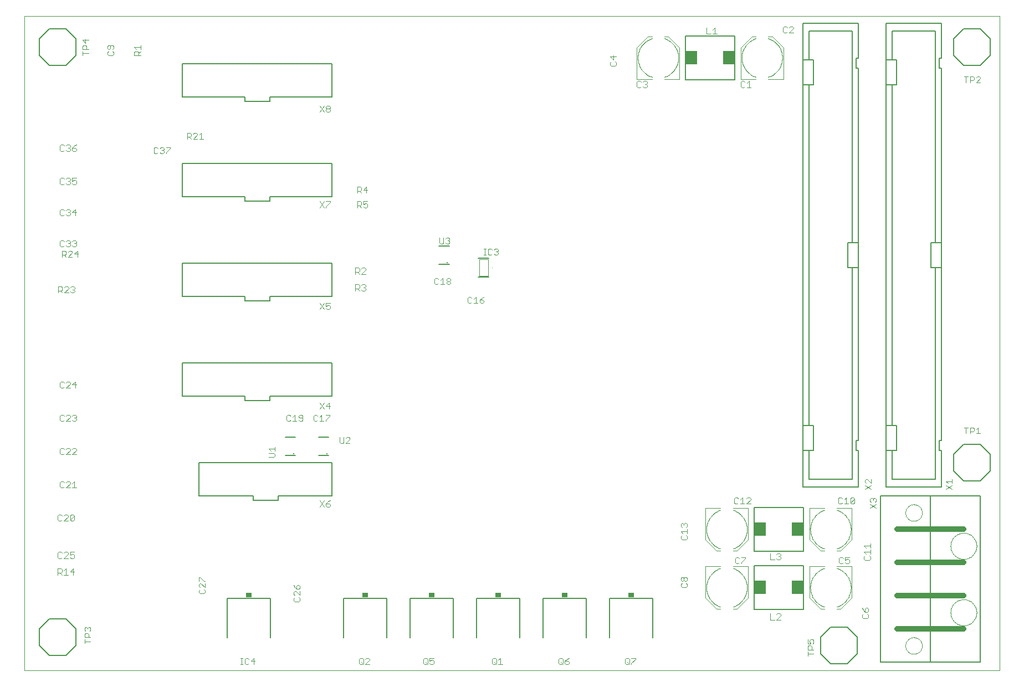
<source format=gto>
G75*
%MOIN*%
%OFA0B0*%
%FSLAX24Y24*%
%IPPOS*%
%LPD*%
%AMOC8*
5,1,8,0,0,1.08239X$1,22.5*
%
%ADD10C,0.0000*%
%ADD11C,0.0080*%
%ADD12C,0.0030*%
%ADD13C,0.0050*%
%ADD14C,0.0320*%
%ADD15C,0.0040*%
%ADD16C,0.0060*%
%ADD17R,0.0340X0.0300*%
%ADD18C,0.0079*%
%ADD19C,0.0004*%
%ADD20C,0.0030*%
%ADD21R,0.0669X0.0787*%
D10*
X002062Y000539D02*
X002062Y039909D01*
X060722Y039909D01*
X060722Y000539D01*
X002062Y000539D01*
X055062Y002039D02*
X055064Y002083D01*
X055070Y002127D01*
X055080Y002170D01*
X055093Y002212D01*
X055110Y002253D01*
X055131Y002292D01*
X055155Y002329D01*
X055182Y002364D01*
X055212Y002396D01*
X055245Y002426D01*
X055281Y002452D01*
X055318Y002476D01*
X055358Y002495D01*
X055399Y002512D01*
X055442Y002524D01*
X055485Y002533D01*
X055529Y002538D01*
X055573Y002539D01*
X055617Y002536D01*
X055661Y002529D01*
X055704Y002518D01*
X055746Y002504D01*
X055786Y002486D01*
X055825Y002464D01*
X055861Y002440D01*
X055895Y002412D01*
X055927Y002381D01*
X055956Y002347D01*
X055982Y002311D01*
X056004Y002273D01*
X056023Y002233D01*
X056038Y002191D01*
X056050Y002149D01*
X056058Y002105D01*
X056062Y002061D01*
X056062Y002017D01*
X056058Y001973D01*
X056050Y001929D01*
X056038Y001887D01*
X056023Y001845D01*
X056004Y001805D01*
X055982Y001767D01*
X055956Y001731D01*
X055927Y001697D01*
X055895Y001666D01*
X055861Y001638D01*
X055825Y001614D01*
X055786Y001592D01*
X055746Y001574D01*
X055704Y001560D01*
X055661Y001549D01*
X055617Y001542D01*
X055573Y001539D01*
X055529Y001540D01*
X055485Y001545D01*
X055442Y001554D01*
X055399Y001566D01*
X055358Y001583D01*
X055318Y001602D01*
X055281Y001626D01*
X055245Y001652D01*
X055212Y001682D01*
X055182Y001714D01*
X055155Y001749D01*
X055131Y001786D01*
X055110Y001825D01*
X055093Y001866D01*
X055080Y001908D01*
X055070Y001951D01*
X055064Y001995D01*
X055062Y002039D01*
X057777Y004039D02*
X057779Y004094D01*
X057785Y004149D01*
X057795Y004204D01*
X057808Y004258D01*
X057825Y004310D01*
X057846Y004362D01*
X057871Y004411D01*
X057899Y004459D01*
X057930Y004505D01*
X057965Y004548D01*
X058002Y004589D01*
X058042Y004627D01*
X058085Y004662D01*
X058130Y004695D01*
X058178Y004723D01*
X058227Y004749D01*
X058278Y004771D01*
X058330Y004789D01*
X058383Y004803D01*
X058438Y004814D01*
X058493Y004821D01*
X058548Y004824D01*
X058604Y004823D01*
X058659Y004818D01*
X058713Y004809D01*
X058767Y004797D01*
X058820Y004780D01*
X058872Y004760D01*
X058922Y004737D01*
X058970Y004709D01*
X059017Y004679D01*
X059061Y004645D01*
X059102Y004609D01*
X059141Y004569D01*
X059177Y004527D01*
X059210Y004482D01*
X059240Y004435D01*
X059266Y004387D01*
X059289Y004336D01*
X059308Y004284D01*
X059323Y004231D01*
X059335Y004177D01*
X059343Y004122D01*
X059347Y004067D01*
X059347Y004011D01*
X059343Y003956D01*
X059335Y003901D01*
X059323Y003847D01*
X059308Y003794D01*
X059289Y003742D01*
X059266Y003691D01*
X059240Y003643D01*
X059210Y003596D01*
X059177Y003551D01*
X059141Y003509D01*
X059102Y003469D01*
X059061Y003433D01*
X059017Y003399D01*
X058970Y003369D01*
X058922Y003341D01*
X058872Y003318D01*
X058820Y003298D01*
X058767Y003281D01*
X058713Y003269D01*
X058659Y003260D01*
X058604Y003255D01*
X058548Y003254D01*
X058493Y003257D01*
X058438Y003264D01*
X058383Y003275D01*
X058330Y003289D01*
X058278Y003307D01*
X058227Y003329D01*
X058178Y003355D01*
X058130Y003383D01*
X058085Y003416D01*
X058042Y003451D01*
X058002Y003489D01*
X057965Y003530D01*
X057930Y003573D01*
X057899Y003619D01*
X057871Y003667D01*
X057846Y003716D01*
X057825Y003768D01*
X057808Y003820D01*
X057795Y003874D01*
X057785Y003929D01*
X057779Y003984D01*
X057777Y004039D01*
X057777Y008039D02*
X057779Y008094D01*
X057785Y008149D01*
X057795Y008204D01*
X057808Y008258D01*
X057825Y008310D01*
X057846Y008362D01*
X057871Y008411D01*
X057899Y008459D01*
X057930Y008505D01*
X057965Y008548D01*
X058002Y008589D01*
X058042Y008627D01*
X058085Y008662D01*
X058130Y008695D01*
X058178Y008723D01*
X058227Y008749D01*
X058278Y008771D01*
X058330Y008789D01*
X058383Y008803D01*
X058438Y008814D01*
X058493Y008821D01*
X058548Y008824D01*
X058604Y008823D01*
X058659Y008818D01*
X058713Y008809D01*
X058767Y008797D01*
X058820Y008780D01*
X058872Y008760D01*
X058922Y008737D01*
X058970Y008709D01*
X059017Y008679D01*
X059061Y008645D01*
X059102Y008609D01*
X059141Y008569D01*
X059177Y008527D01*
X059210Y008482D01*
X059240Y008435D01*
X059266Y008387D01*
X059289Y008336D01*
X059308Y008284D01*
X059323Y008231D01*
X059335Y008177D01*
X059343Y008122D01*
X059347Y008067D01*
X059347Y008011D01*
X059343Y007956D01*
X059335Y007901D01*
X059323Y007847D01*
X059308Y007794D01*
X059289Y007742D01*
X059266Y007691D01*
X059240Y007643D01*
X059210Y007596D01*
X059177Y007551D01*
X059141Y007509D01*
X059102Y007469D01*
X059061Y007433D01*
X059017Y007399D01*
X058970Y007369D01*
X058922Y007341D01*
X058872Y007318D01*
X058820Y007298D01*
X058767Y007281D01*
X058713Y007269D01*
X058659Y007260D01*
X058604Y007255D01*
X058548Y007254D01*
X058493Y007257D01*
X058438Y007264D01*
X058383Y007275D01*
X058330Y007289D01*
X058278Y007307D01*
X058227Y007329D01*
X058178Y007355D01*
X058130Y007383D01*
X058085Y007416D01*
X058042Y007451D01*
X058002Y007489D01*
X057965Y007530D01*
X057930Y007573D01*
X057899Y007619D01*
X057871Y007667D01*
X057846Y007716D01*
X057825Y007768D01*
X057808Y007820D01*
X057795Y007874D01*
X057785Y007929D01*
X057779Y007984D01*
X057777Y008039D01*
X055062Y010039D02*
X055064Y010083D01*
X055070Y010127D01*
X055080Y010170D01*
X055093Y010212D01*
X055110Y010253D01*
X055131Y010292D01*
X055155Y010329D01*
X055182Y010364D01*
X055212Y010396D01*
X055245Y010426D01*
X055281Y010452D01*
X055318Y010476D01*
X055358Y010495D01*
X055399Y010512D01*
X055442Y010524D01*
X055485Y010533D01*
X055529Y010538D01*
X055573Y010539D01*
X055617Y010536D01*
X055661Y010529D01*
X055704Y010518D01*
X055746Y010504D01*
X055786Y010486D01*
X055825Y010464D01*
X055861Y010440D01*
X055895Y010412D01*
X055927Y010381D01*
X055956Y010347D01*
X055982Y010311D01*
X056004Y010273D01*
X056023Y010233D01*
X056038Y010191D01*
X056050Y010149D01*
X056058Y010105D01*
X056062Y010061D01*
X056062Y010017D01*
X056058Y009973D01*
X056050Y009929D01*
X056038Y009887D01*
X056023Y009845D01*
X056004Y009805D01*
X055982Y009767D01*
X055956Y009731D01*
X055927Y009697D01*
X055895Y009666D01*
X055861Y009638D01*
X055825Y009614D01*
X055786Y009592D01*
X055746Y009574D01*
X055704Y009560D01*
X055661Y009549D01*
X055617Y009542D01*
X055573Y009539D01*
X055529Y009540D01*
X055485Y009545D01*
X055442Y009554D01*
X055399Y009566D01*
X055358Y009583D01*
X055318Y009602D01*
X055281Y009626D01*
X055245Y009652D01*
X055212Y009682D01*
X055182Y009714D01*
X055155Y009749D01*
X055131Y009786D01*
X055110Y009825D01*
X055093Y009866D01*
X055080Y009908D01*
X055070Y009951D01*
X055064Y009995D01*
X055062Y010039D01*
D11*
X053908Y011602D02*
X057216Y011602D01*
X057216Y013794D01*
X057097Y013794D01*
X057097Y014377D01*
X057216Y014377D01*
X057216Y024798D01*
X057216Y026280D01*
X056605Y026280D01*
X056605Y024798D01*
X057216Y024798D01*
X056851Y024798D02*
X056851Y012045D01*
X054273Y012045D01*
X054273Y013795D01*
X054519Y013798D02*
X054519Y015280D01*
X053908Y015280D01*
X053908Y035798D01*
X054519Y035798D01*
X054519Y037280D01*
X053908Y037280D01*
X053908Y039476D01*
X057216Y039476D01*
X057216Y037377D01*
X057097Y037377D01*
X057097Y036794D01*
X057216Y036794D01*
X057216Y026280D01*
X056851Y026280D02*
X056851Y039033D01*
X054273Y039033D01*
X054273Y037283D01*
X053908Y037280D02*
X053908Y035798D01*
X054273Y035797D02*
X054273Y015281D01*
X053908Y015280D02*
X053908Y013798D01*
X054519Y013798D01*
X053908Y013798D02*
X053908Y011602D01*
X052216Y011602D02*
X048908Y011602D01*
X048908Y013798D01*
X049519Y013798D01*
X049519Y015280D01*
X048908Y015280D01*
X048908Y035798D01*
X049519Y035798D01*
X049519Y037280D01*
X048908Y037280D01*
X048908Y039476D01*
X052216Y039476D01*
X052216Y037377D01*
X052097Y037377D01*
X052097Y036794D01*
X052216Y036794D01*
X052216Y026280D01*
X052216Y024798D01*
X052216Y014377D01*
X052097Y014377D01*
X052097Y013794D01*
X052216Y013794D01*
X052216Y011602D01*
X051851Y012045D02*
X049273Y012045D01*
X049273Y013795D01*
X048908Y013798D02*
X048908Y015280D01*
X049273Y015281D02*
X049273Y035797D01*
X048908Y035798D02*
X048908Y037280D01*
X049273Y037283D02*
X049273Y039033D01*
X051851Y039033D01*
X051851Y026280D01*
X051605Y026280D02*
X052216Y026280D01*
X051605Y026280D02*
X051605Y024798D01*
X052216Y024798D01*
X051851Y024798D02*
X051851Y012045D01*
X039852Y004889D02*
X039852Y002529D01*
X037272Y002529D02*
X037272Y004889D01*
X039852Y004889D01*
X035852Y004889D02*
X035852Y002529D01*
X033272Y002529D02*
X033272Y004889D01*
X035852Y004889D01*
X031852Y004889D02*
X031852Y002529D01*
X029272Y002529D02*
X029272Y004889D01*
X031852Y004889D01*
X027852Y004889D02*
X027852Y002529D01*
X025272Y002529D02*
X025272Y004889D01*
X027852Y004889D01*
X023852Y004889D02*
X023852Y002529D01*
X021272Y002529D02*
X021272Y004889D01*
X023852Y004889D01*
X016852Y004889D02*
X016852Y002529D01*
X014272Y002529D02*
X014272Y004889D01*
X016852Y004889D01*
X017312Y010789D02*
X015812Y010789D01*
X015812Y011039D01*
X012562Y011039D01*
X012562Y013039D01*
X020562Y013039D01*
X020562Y011039D01*
X017312Y011039D01*
X017312Y010789D01*
X016812Y016789D02*
X015312Y016789D01*
X015312Y017039D01*
X011562Y017039D01*
X011562Y019039D01*
X020562Y019039D01*
X020562Y017039D01*
X016812Y017039D01*
X016812Y016789D01*
X016812Y022789D02*
X015312Y022789D01*
X015312Y023039D01*
X011562Y023039D01*
X011562Y025039D01*
X020562Y025039D01*
X020562Y023039D01*
X016812Y023039D01*
X016812Y022789D01*
X016812Y028789D02*
X015312Y028789D01*
X015312Y029039D01*
X011562Y029039D01*
X011562Y031039D01*
X020562Y031039D01*
X020562Y029039D01*
X016812Y029039D01*
X016812Y028789D01*
X016812Y034789D02*
X015312Y034789D01*
X015312Y035039D01*
X011562Y035039D01*
X011562Y037039D01*
X020562Y037039D01*
X020562Y035039D01*
X016812Y035039D01*
X016812Y034789D01*
D12*
X019840Y034524D02*
X020087Y034154D01*
X020209Y034216D02*
X020209Y034277D01*
X020270Y034339D01*
X020394Y034339D01*
X020456Y034277D01*
X020456Y034216D01*
X020394Y034154D01*
X020270Y034154D01*
X020209Y034216D01*
X020270Y034339D02*
X020209Y034401D01*
X020209Y034462D01*
X020270Y034524D01*
X020394Y034524D01*
X020456Y034462D01*
X020456Y034401D01*
X020394Y034339D01*
X020087Y034524D02*
X019840Y034154D01*
X012831Y032529D02*
X012584Y032529D01*
X012462Y032529D02*
X012215Y032529D01*
X012462Y032776D01*
X012462Y032837D01*
X012401Y032899D01*
X012277Y032899D01*
X012215Y032837D01*
X012094Y032837D02*
X012032Y032899D01*
X011847Y032899D01*
X011847Y032529D01*
X011847Y032652D02*
X012032Y032652D01*
X012094Y032714D01*
X012094Y032837D01*
X011971Y032652D02*
X012094Y032529D01*
X012584Y032776D02*
X012707Y032899D01*
X012707Y032529D01*
X010831Y032024D02*
X010831Y031962D01*
X010584Y031716D01*
X010584Y031654D01*
X010462Y031716D02*
X010401Y031654D01*
X010277Y031654D01*
X010215Y031716D01*
X010094Y031716D02*
X010032Y031654D01*
X009909Y031654D01*
X009847Y031716D01*
X009847Y031962D01*
X009909Y032024D01*
X010032Y032024D01*
X010094Y031962D01*
X010215Y031962D02*
X010277Y032024D01*
X010401Y032024D01*
X010462Y031962D01*
X010462Y031901D01*
X010401Y031839D01*
X010462Y031777D01*
X010462Y031716D01*
X010401Y031839D02*
X010339Y031839D01*
X010584Y032024D02*
X010831Y032024D01*
X005186Y031927D02*
X005124Y031989D01*
X004939Y031989D01*
X004939Y031866D01*
X005000Y031804D01*
X005124Y031804D01*
X005186Y031866D01*
X005186Y031927D01*
X005062Y032112D02*
X004939Y031989D01*
X004817Y031927D02*
X004817Y031866D01*
X004755Y031804D01*
X004632Y031804D01*
X004570Y031866D01*
X004449Y031866D02*
X004387Y031804D01*
X004264Y031804D01*
X004202Y031866D01*
X004202Y032112D01*
X004264Y032174D01*
X004387Y032174D01*
X004449Y032112D01*
X004570Y032112D02*
X004632Y032174D01*
X004755Y032174D01*
X004817Y032112D01*
X004817Y032051D01*
X004755Y031989D01*
X004817Y031927D01*
X004755Y031989D02*
X004694Y031989D01*
X005062Y032112D02*
X005186Y032174D01*
X005186Y030174D02*
X004939Y030174D01*
X004939Y029989D01*
X005062Y030051D01*
X005124Y030051D01*
X005186Y029989D01*
X005186Y029866D01*
X005124Y029804D01*
X005000Y029804D01*
X004939Y029866D01*
X004817Y029866D02*
X004755Y029804D01*
X004632Y029804D01*
X004570Y029866D01*
X004449Y029866D02*
X004387Y029804D01*
X004264Y029804D01*
X004202Y029866D01*
X004202Y030112D01*
X004264Y030174D01*
X004387Y030174D01*
X004449Y030112D01*
X004570Y030112D02*
X004632Y030174D01*
X004755Y030174D01*
X004817Y030112D01*
X004817Y030051D01*
X004755Y029989D01*
X004817Y029927D01*
X004817Y029866D01*
X004755Y029989D02*
X004694Y029989D01*
X004755Y028299D02*
X004817Y028237D01*
X004817Y028176D01*
X004755Y028114D01*
X004817Y028052D01*
X004817Y027991D01*
X004755Y027929D01*
X004632Y027929D01*
X004570Y027991D01*
X004449Y027991D02*
X004387Y027929D01*
X004264Y027929D01*
X004202Y027991D01*
X004202Y028237D01*
X004264Y028299D01*
X004387Y028299D01*
X004449Y028237D01*
X004570Y028237D02*
X004632Y028299D01*
X004755Y028299D01*
X004755Y028114D02*
X004694Y028114D01*
X004939Y028114D02*
X005186Y028114D01*
X005124Y027929D02*
X005124Y028299D01*
X004939Y028114D01*
X005000Y026424D02*
X005124Y026424D01*
X005186Y026362D01*
X005186Y026301D01*
X005124Y026239D01*
X005186Y026177D01*
X005186Y026116D01*
X005124Y026054D01*
X005000Y026054D01*
X004939Y026116D01*
X004817Y026116D02*
X004755Y026054D01*
X004632Y026054D01*
X004570Y026116D01*
X004449Y026116D02*
X004387Y026054D01*
X004264Y026054D01*
X004202Y026116D01*
X004202Y026362D01*
X004264Y026424D01*
X004387Y026424D01*
X004449Y026362D01*
X004570Y026362D02*
X004632Y026424D01*
X004755Y026424D01*
X004817Y026362D01*
X004817Y026301D01*
X004755Y026239D01*
X004817Y026177D01*
X004817Y026116D01*
X004755Y026239D02*
X004694Y026239D01*
X004939Y026362D02*
X005000Y026424D01*
X005062Y026239D02*
X005124Y026239D01*
X005249Y025799D02*
X005064Y025614D01*
X005311Y025614D01*
X005249Y025429D02*
X005249Y025799D01*
X004942Y025737D02*
X004880Y025799D01*
X004757Y025799D01*
X004695Y025737D01*
X004574Y025737D02*
X004574Y025614D01*
X004512Y025552D01*
X004327Y025552D01*
X004327Y025429D02*
X004327Y025799D01*
X004512Y025799D01*
X004574Y025737D01*
X004450Y025552D02*
X004574Y025429D01*
X004695Y025429D02*
X004942Y025676D01*
X004942Y025737D01*
X004942Y025429D02*
X004695Y025429D01*
X004651Y023649D02*
X004527Y023649D01*
X004465Y023587D01*
X004344Y023587D02*
X004344Y023464D01*
X004282Y023402D01*
X004097Y023402D01*
X004097Y023279D02*
X004097Y023649D01*
X004282Y023649D01*
X004344Y023587D01*
X004221Y023402D02*
X004344Y023279D01*
X004465Y023279D02*
X004712Y023526D01*
X004712Y023587D01*
X004651Y023649D01*
X004834Y023587D02*
X004895Y023649D01*
X005019Y023649D01*
X005081Y023587D01*
X005081Y023526D01*
X005019Y023464D01*
X005081Y023402D01*
X005081Y023341D01*
X005019Y023279D01*
X004895Y023279D01*
X004834Y023341D01*
X004712Y023279D02*
X004465Y023279D01*
X004957Y023464D02*
X005019Y023464D01*
X005124Y017924D02*
X004939Y017739D01*
X005186Y017739D01*
X005124Y017554D02*
X005124Y017924D01*
X004817Y017862D02*
X004755Y017924D01*
X004632Y017924D01*
X004570Y017862D01*
X004449Y017862D02*
X004387Y017924D01*
X004264Y017924D01*
X004202Y017862D01*
X004202Y017616D01*
X004264Y017554D01*
X004387Y017554D01*
X004449Y017616D01*
X004570Y017554D02*
X004817Y017801D01*
X004817Y017862D01*
X004817Y017554D02*
X004570Y017554D01*
X004632Y015924D02*
X004570Y015862D01*
X004632Y015924D02*
X004755Y015924D01*
X004817Y015862D01*
X004817Y015801D01*
X004570Y015554D01*
X004817Y015554D01*
X004939Y015616D02*
X005000Y015554D01*
X005124Y015554D01*
X005186Y015616D01*
X005186Y015677D01*
X005124Y015739D01*
X005062Y015739D01*
X005124Y015739D02*
X005186Y015801D01*
X005186Y015862D01*
X005124Y015924D01*
X005000Y015924D01*
X004939Y015862D01*
X004449Y015862D02*
X004387Y015924D01*
X004264Y015924D01*
X004202Y015862D01*
X004202Y015616D01*
X004264Y015554D01*
X004387Y015554D01*
X004449Y015616D01*
X004387Y013924D02*
X004264Y013924D01*
X004202Y013862D01*
X004202Y013616D01*
X004264Y013554D01*
X004387Y013554D01*
X004449Y013616D01*
X004570Y013554D02*
X004817Y013801D01*
X004817Y013862D01*
X004755Y013924D01*
X004632Y013924D01*
X004570Y013862D01*
X004449Y013862D02*
X004387Y013924D01*
X004570Y013554D02*
X004817Y013554D01*
X004939Y013554D02*
X005186Y013801D01*
X005186Y013862D01*
X005124Y013924D01*
X005000Y013924D01*
X004939Y013862D01*
X004939Y013554D02*
X005186Y013554D01*
X005062Y011924D02*
X005062Y011554D01*
X004939Y011554D02*
X005186Y011554D01*
X004939Y011801D02*
X005062Y011924D01*
X004817Y011862D02*
X004755Y011924D01*
X004632Y011924D01*
X004570Y011862D01*
X004449Y011862D02*
X004387Y011924D01*
X004264Y011924D01*
X004202Y011862D01*
X004202Y011616D01*
X004264Y011554D01*
X004387Y011554D01*
X004449Y011616D01*
X004570Y011554D02*
X004817Y011801D01*
X004817Y011862D01*
X004817Y011554D02*
X004570Y011554D01*
X004630Y009924D02*
X004507Y009924D01*
X004445Y009862D01*
X004324Y009862D02*
X004262Y009924D01*
X004139Y009924D01*
X004077Y009862D01*
X004077Y009616D01*
X004139Y009554D01*
X004262Y009554D01*
X004324Y009616D01*
X004445Y009554D02*
X004692Y009801D01*
X004692Y009862D01*
X004630Y009924D01*
X004814Y009862D02*
X004875Y009924D01*
X004999Y009924D01*
X005061Y009862D01*
X004814Y009616D01*
X004875Y009554D01*
X004999Y009554D01*
X005061Y009616D01*
X005061Y009862D01*
X004814Y009862D02*
X004814Y009616D01*
X004692Y009554D02*
X004445Y009554D01*
X004507Y007674D02*
X004445Y007612D01*
X004507Y007674D02*
X004630Y007674D01*
X004692Y007612D01*
X004692Y007551D01*
X004445Y007304D01*
X004692Y007304D01*
X004814Y007366D02*
X004875Y007304D01*
X004999Y007304D01*
X005061Y007366D01*
X005061Y007489D01*
X004999Y007551D01*
X004937Y007551D01*
X004814Y007489D01*
X004814Y007674D01*
X005061Y007674D01*
X004324Y007612D02*
X004262Y007674D01*
X004139Y007674D01*
X004077Y007612D01*
X004077Y007366D01*
X004139Y007304D01*
X004262Y007304D01*
X004324Y007366D01*
X004262Y006674D02*
X004077Y006674D01*
X004077Y006304D01*
X004077Y006427D02*
X004262Y006427D01*
X004324Y006489D01*
X004324Y006612D01*
X004262Y006674D01*
X004445Y006551D02*
X004569Y006674D01*
X004569Y006304D01*
X004692Y006304D02*
X004445Y006304D01*
X004324Y006304D02*
X004200Y006427D01*
X004814Y006489D02*
X005061Y006489D01*
X004999Y006304D02*
X004999Y006674D01*
X004814Y006489D01*
X012552Y006162D02*
X012552Y005915D01*
X012613Y005794D02*
X012552Y005732D01*
X012552Y005609D01*
X012613Y005547D01*
X012613Y005426D02*
X012552Y005364D01*
X012552Y005241D01*
X012613Y005179D01*
X012860Y005179D01*
X012922Y005241D01*
X012922Y005364D01*
X012860Y005426D01*
X012922Y005547D02*
X012675Y005794D01*
X012613Y005794D01*
X012860Y005915D02*
X012613Y006162D01*
X012552Y006162D01*
X012860Y005915D02*
X012922Y005915D01*
X012922Y005794D02*
X012922Y005547D01*
X018260Y005687D02*
X018321Y005564D01*
X018445Y005440D01*
X018445Y005626D01*
X018507Y005687D01*
X018568Y005687D01*
X018630Y005626D01*
X018630Y005502D01*
X018568Y005440D01*
X018445Y005440D01*
X018383Y005319D02*
X018321Y005319D01*
X018260Y005257D01*
X018260Y005134D01*
X018321Y005072D01*
X018321Y004951D02*
X018260Y004889D01*
X018260Y004766D01*
X018321Y004704D01*
X018568Y004704D01*
X018630Y004766D01*
X018630Y004889D01*
X018568Y004951D01*
X018630Y005072D02*
X018383Y005319D01*
X018630Y005319D02*
X018630Y005072D01*
X015876Y001299D02*
X015691Y001114D01*
X015938Y001114D01*
X015876Y000929D02*
X015876Y001299D01*
X015569Y001237D02*
X015508Y001299D01*
X015384Y001299D01*
X015323Y001237D01*
X015323Y000991D01*
X015384Y000929D01*
X015508Y000929D01*
X015569Y000991D01*
X015200Y000929D02*
X015077Y000929D01*
X015139Y000929D02*
X015139Y001299D01*
X015200Y001299D02*
X015077Y001299D01*
X022202Y001237D02*
X022202Y000991D01*
X022264Y000929D01*
X022387Y000929D01*
X022449Y000991D01*
X022449Y001237D01*
X022387Y001299D01*
X022264Y001299D01*
X022202Y001237D01*
X022325Y001052D02*
X022449Y000929D01*
X022570Y000929D02*
X022817Y001176D01*
X022817Y001237D01*
X022755Y001299D01*
X022632Y001299D01*
X022570Y001237D01*
X022570Y000929D02*
X022817Y000929D01*
X026077Y000991D02*
X026139Y000929D01*
X026262Y000929D01*
X026324Y000991D01*
X026324Y001237D01*
X026262Y001299D01*
X026139Y001299D01*
X026077Y001237D01*
X026077Y000991D01*
X026200Y001052D02*
X026324Y000929D01*
X026445Y000991D02*
X026507Y000929D01*
X026630Y000929D01*
X026692Y000991D01*
X026692Y001114D01*
X026630Y001176D01*
X026569Y001176D01*
X026445Y001114D01*
X026445Y001299D01*
X026692Y001299D01*
X030202Y001237D02*
X030202Y000991D01*
X030264Y000929D01*
X030387Y000929D01*
X030449Y000991D01*
X030449Y001237D01*
X030387Y001299D01*
X030264Y001299D01*
X030202Y001237D01*
X030325Y001052D02*
X030449Y000929D01*
X030570Y000929D02*
X030817Y000929D01*
X030694Y000929D02*
X030694Y001299D01*
X030570Y001176D01*
X034202Y001237D02*
X034202Y000991D01*
X034264Y000929D01*
X034387Y000929D01*
X034449Y000991D01*
X034449Y001237D01*
X034387Y001299D01*
X034264Y001299D01*
X034202Y001237D01*
X034325Y001052D02*
X034449Y000929D01*
X034570Y000991D02*
X034632Y000929D01*
X034755Y000929D01*
X034817Y000991D01*
X034817Y001052D01*
X034755Y001114D01*
X034570Y001114D01*
X034570Y000991D01*
X034570Y001114D02*
X034694Y001237D01*
X034817Y001299D01*
X038202Y001237D02*
X038202Y000991D01*
X038264Y000929D01*
X038387Y000929D01*
X038449Y000991D01*
X038449Y001237D01*
X038387Y001299D01*
X038264Y001299D01*
X038202Y001237D01*
X038325Y001052D02*
X038449Y000929D01*
X038570Y000929D02*
X038570Y000991D01*
X038817Y001237D01*
X038817Y001299D01*
X038570Y001299D01*
X041613Y005554D02*
X041860Y005554D01*
X041922Y005616D01*
X041922Y005739D01*
X041860Y005801D01*
X041860Y005922D02*
X041799Y005922D01*
X041737Y005984D01*
X041737Y006107D01*
X041799Y006169D01*
X041860Y006169D01*
X041922Y006107D01*
X041922Y005984D01*
X041860Y005922D01*
X041737Y005984D02*
X041675Y005922D01*
X041613Y005922D01*
X041552Y005984D01*
X041552Y006107D01*
X041613Y006169D01*
X041675Y006169D01*
X041737Y006107D01*
X041613Y005801D02*
X041552Y005739D01*
X041552Y005616D01*
X041613Y005554D01*
X044823Y007055D02*
X044823Y007301D01*
X044885Y007363D01*
X045008Y007363D01*
X045070Y007301D01*
X045191Y007363D02*
X045438Y007363D01*
X045438Y007301D01*
X045191Y007055D01*
X045191Y006993D01*
X045070Y007055D02*
X045008Y006993D01*
X044885Y006993D01*
X044823Y007055D01*
X046940Y007229D02*
X047187Y007229D01*
X047309Y007291D02*
X047370Y007229D01*
X047494Y007229D01*
X047556Y007291D01*
X047556Y007352D01*
X047494Y007414D01*
X047432Y007414D01*
X047494Y007414D02*
X047556Y007476D01*
X047556Y007537D01*
X047494Y007599D01*
X047370Y007599D01*
X047309Y007537D01*
X046940Y007599D02*
X046940Y007229D01*
X051073Y007301D02*
X051073Y007055D01*
X051135Y006993D01*
X051258Y006993D01*
X051320Y007055D01*
X051441Y007055D02*
X051503Y006993D01*
X051627Y006993D01*
X051688Y007055D01*
X051688Y007178D01*
X051627Y007240D01*
X051565Y007240D01*
X051441Y007178D01*
X051441Y007363D01*
X051688Y007363D01*
X051320Y007301D02*
X051258Y007363D01*
X051135Y007363D01*
X051073Y007301D01*
X052577Y007261D02*
X052638Y007199D01*
X052885Y007199D01*
X052947Y007261D01*
X052947Y007384D01*
X052885Y007446D01*
X052947Y007567D02*
X052947Y007814D01*
X052947Y007936D02*
X052947Y008182D01*
X052947Y008059D02*
X052577Y008059D01*
X052700Y007936D01*
X052577Y007691D02*
X052947Y007691D01*
X052700Y007567D02*
X052577Y007691D01*
X052638Y007446D02*
X052577Y007384D01*
X052577Y007261D01*
X052699Y004307D02*
X052637Y004246D01*
X052637Y004061D01*
X052760Y004061D01*
X052822Y004122D01*
X052822Y004246D01*
X052760Y004307D01*
X052699Y004307D01*
X052513Y004184D02*
X052637Y004061D01*
X052760Y003939D02*
X052822Y003877D01*
X052822Y003754D01*
X052760Y003692D01*
X052513Y003692D01*
X052452Y003754D01*
X052452Y003877D01*
X052513Y003939D01*
X052513Y004184D02*
X052452Y004307D01*
X047556Y003912D02*
X047494Y003974D01*
X047370Y003974D01*
X047309Y003912D01*
X047556Y003912D02*
X047556Y003851D01*
X047309Y003604D01*
X047556Y003604D01*
X047187Y003604D02*
X046940Y003604D01*
X046940Y003974D01*
X041922Y008491D02*
X041922Y008614D01*
X041860Y008676D01*
X041922Y008797D02*
X041922Y009044D01*
X041922Y008921D02*
X041552Y008921D01*
X041675Y008797D01*
X041613Y008676D02*
X041552Y008614D01*
X041552Y008491D01*
X041613Y008429D01*
X041860Y008429D01*
X041922Y008491D01*
X041860Y009165D02*
X041922Y009227D01*
X041922Y009351D01*
X041860Y009412D01*
X041799Y009412D01*
X041737Y009351D01*
X041737Y009289D01*
X041737Y009351D02*
X041675Y009412D01*
X041613Y009412D01*
X041552Y009351D01*
X041552Y009227D01*
X041613Y009165D01*
X044763Y010634D02*
X044763Y010881D01*
X044825Y010943D01*
X044948Y010943D01*
X045010Y010881D01*
X045131Y010819D02*
X045255Y010943D01*
X045255Y010573D01*
X045378Y010573D02*
X045131Y010573D01*
X045010Y010634D02*
X044948Y010573D01*
X044825Y010573D01*
X044763Y010634D01*
X045500Y010573D02*
X045747Y010819D01*
X045747Y010881D01*
X045685Y010943D01*
X045561Y010943D01*
X045500Y010881D01*
X045500Y010573D02*
X045747Y010573D01*
X051013Y010634D02*
X051075Y010573D01*
X051198Y010573D01*
X051260Y010634D01*
X051381Y010573D02*
X051628Y010573D01*
X051505Y010573D02*
X051505Y010943D01*
X051381Y010819D01*
X051260Y010881D02*
X051198Y010943D01*
X051075Y010943D01*
X051013Y010881D01*
X051013Y010634D01*
X051750Y010634D02*
X051997Y010881D01*
X051997Y010634D01*
X051935Y010573D01*
X051811Y010573D01*
X051750Y010634D01*
X051750Y010881D01*
X051811Y010943D01*
X051935Y010943D01*
X051997Y010881D01*
X052627Y011442D02*
X052997Y011689D01*
X052997Y011811D02*
X052750Y012057D01*
X052688Y012057D01*
X052627Y011996D01*
X052627Y011872D01*
X052688Y011811D01*
X052627Y011689D02*
X052997Y011442D01*
X052997Y011811D02*
X052997Y012057D01*
X057502Y011934D02*
X057872Y011934D01*
X057872Y011811D02*
X057872Y012057D01*
X057625Y011811D02*
X057502Y011934D01*
X057502Y011689D02*
X057872Y011442D01*
X057872Y011689D02*
X057502Y011442D01*
X030563Y025616D02*
X030501Y025554D01*
X030378Y025554D01*
X030316Y025616D01*
X030194Y025616D02*
X030133Y025554D01*
X030009Y025554D01*
X029948Y025616D01*
X029948Y025862D01*
X030009Y025924D01*
X030133Y025924D01*
X030194Y025862D01*
X030316Y025862D02*
X030378Y025924D01*
X030501Y025924D01*
X030563Y025862D01*
X030563Y025801D01*
X030501Y025739D01*
X030563Y025677D01*
X030563Y025616D01*
X030501Y025739D02*
X030439Y025739D01*
X029825Y025554D02*
X029702Y025554D01*
X029764Y025554D02*
X029764Y025924D01*
X029825Y025924D02*
X029702Y025924D01*
X027706Y024087D02*
X027706Y024026D01*
X027644Y023964D01*
X027520Y023964D01*
X027459Y024026D01*
X027459Y024087D01*
X027520Y024149D01*
X027644Y024149D01*
X027706Y024087D01*
X027644Y023964D02*
X027706Y023902D01*
X027706Y023841D01*
X027644Y023779D01*
X027520Y023779D01*
X027459Y023841D01*
X027459Y023902D01*
X027520Y023964D01*
X027337Y023779D02*
X027090Y023779D01*
X027214Y023779D02*
X027214Y024149D01*
X027090Y024026D01*
X026969Y024087D02*
X026907Y024149D01*
X026784Y024149D01*
X026722Y024087D01*
X026722Y023841D01*
X026784Y023779D01*
X026907Y023779D01*
X026969Y023841D01*
X028722Y022962D02*
X028722Y022716D01*
X028784Y022654D01*
X028907Y022654D01*
X028969Y022716D01*
X029090Y022654D02*
X029337Y022654D01*
X029214Y022654D02*
X029214Y023024D01*
X029090Y022901D01*
X028969Y022962D02*
X028907Y023024D01*
X028784Y023024D01*
X028722Y022962D01*
X029459Y022839D02*
X029644Y022839D01*
X029706Y022777D01*
X029706Y022716D01*
X029644Y022654D01*
X029520Y022654D01*
X029459Y022716D01*
X029459Y022839D01*
X029582Y022962D01*
X029706Y023024D01*
X022581Y023466D02*
X022519Y023404D01*
X022395Y023404D01*
X022334Y023466D01*
X022212Y023404D02*
X022089Y023527D01*
X022151Y023527D02*
X021965Y023527D01*
X021965Y023404D02*
X021965Y023774D01*
X022151Y023774D01*
X022212Y023712D01*
X022212Y023589D01*
X022151Y023527D01*
X022334Y023712D02*
X022395Y023774D01*
X022519Y023774D01*
X022581Y023712D01*
X022581Y023651D01*
X022519Y023589D01*
X022581Y023527D01*
X022581Y023466D01*
X022519Y023589D02*
X022457Y023589D01*
X022334Y024404D02*
X022581Y024651D01*
X022581Y024712D01*
X022519Y024774D01*
X022395Y024774D01*
X022334Y024712D01*
X022212Y024712D02*
X022212Y024589D01*
X022151Y024527D01*
X021965Y024527D01*
X021965Y024404D02*
X021965Y024774D01*
X022151Y024774D01*
X022212Y024712D01*
X022089Y024527D02*
X022212Y024404D01*
X022334Y024404D02*
X022581Y024404D01*
X020456Y022649D02*
X020209Y022649D01*
X020209Y022464D01*
X020332Y022526D01*
X020394Y022526D01*
X020456Y022464D01*
X020456Y022341D01*
X020394Y022279D01*
X020270Y022279D01*
X020209Y022341D01*
X020087Y022279D02*
X019840Y022649D01*
X020087Y022649D02*
X019840Y022279D01*
X019840Y016649D02*
X020087Y016279D01*
X020209Y016464D02*
X020456Y016464D01*
X020394Y016279D02*
X020394Y016649D01*
X020209Y016464D01*
X020087Y016649D02*
X019840Y016279D01*
X019944Y015924D02*
X019944Y015554D01*
X020067Y015554D02*
X019820Y015554D01*
X019699Y015616D02*
X019637Y015554D01*
X019514Y015554D01*
X019452Y015616D01*
X019452Y015862D01*
X019514Y015924D01*
X019637Y015924D01*
X019699Y015862D01*
X019820Y015801D02*
X019944Y015924D01*
X020189Y015924D02*
X020436Y015924D01*
X020436Y015862D01*
X020189Y015616D01*
X020189Y015554D01*
X018811Y015616D02*
X018811Y015862D01*
X018749Y015924D01*
X018625Y015924D01*
X018564Y015862D01*
X018564Y015801D01*
X018625Y015739D01*
X018811Y015739D01*
X018811Y015616D02*
X018749Y015554D01*
X018625Y015554D01*
X018564Y015616D01*
X018442Y015554D02*
X018195Y015554D01*
X018319Y015554D02*
X018319Y015924D01*
X018195Y015801D01*
X018074Y015862D02*
X018012Y015924D01*
X017889Y015924D01*
X017827Y015862D01*
X017827Y015616D01*
X017889Y015554D01*
X018012Y015554D01*
X018074Y015616D01*
X019840Y010774D02*
X020087Y010404D01*
X020209Y010466D02*
X020270Y010404D01*
X020394Y010404D01*
X020456Y010466D01*
X020456Y010527D01*
X020394Y010589D01*
X020209Y010589D01*
X020209Y010466D01*
X020209Y010589D02*
X020332Y010712D01*
X020456Y010774D01*
X020087Y010774D02*
X019840Y010404D01*
X019840Y028404D02*
X020087Y028774D01*
X020209Y028774D02*
X020456Y028774D01*
X020456Y028712D01*
X020209Y028466D01*
X020209Y028404D01*
X020087Y028404D02*
X019840Y028774D01*
X022090Y028774D02*
X022090Y028404D01*
X022090Y028527D02*
X022276Y028527D01*
X022337Y028589D01*
X022337Y028712D01*
X022276Y028774D01*
X022090Y028774D01*
X022214Y028527D02*
X022337Y028404D01*
X022459Y028466D02*
X022520Y028404D01*
X022644Y028404D01*
X022706Y028466D01*
X022706Y028589D01*
X022644Y028651D01*
X022582Y028651D01*
X022459Y028589D01*
X022459Y028774D01*
X022706Y028774D01*
X022644Y029279D02*
X022644Y029649D01*
X022459Y029464D01*
X022706Y029464D01*
X022337Y029464D02*
X022276Y029402D01*
X022090Y029402D01*
X022090Y029279D02*
X022090Y029649D01*
X022276Y029649D01*
X022337Y029587D01*
X022337Y029464D01*
X022214Y029402D02*
X022337Y029279D01*
X009047Y037554D02*
X008677Y037554D01*
X008677Y037739D01*
X008738Y037801D01*
X008862Y037801D01*
X008924Y037739D01*
X008924Y037554D01*
X008924Y037677D02*
X009047Y037801D01*
X009047Y037922D02*
X009047Y038169D01*
X009047Y038046D02*
X008677Y038046D01*
X008800Y037922D01*
X007422Y037984D02*
X007422Y038107D01*
X007360Y038169D01*
X007113Y038169D01*
X007052Y038107D01*
X007052Y037984D01*
X007113Y037922D01*
X007175Y037922D01*
X007237Y037984D01*
X007237Y038169D01*
X007422Y037984D02*
X007360Y037922D01*
X007360Y037801D02*
X007422Y037739D01*
X007422Y037616D01*
X007360Y037554D01*
X007113Y037554D01*
X007052Y037616D01*
X007052Y037739D01*
X007113Y037801D01*
X037302Y037482D02*
X037487Y037297D01*
X037487Y037544D01*
X037672Y037482D02*
X037302Y037482D01*
X037363Y037176D02*
X037302Y037114D01*
X037302Y036991D01*
X037363Y036929D01*
X037610Y036929D01*
X037672Y036991D01*
X037672Y037114D01*
X037610Y037176D01*
X038904Y035944D02*
X038904Y035697D01*
X038966Y035635D01*
X039090Y035635D01*
X039151Y035697D01*
X039273Y035697D02*
X039334Y035635D01*
X039458Y035635D01*
X039520Y035697D01*
X039520Y035759D01*
X039458Y035820D01*
X039396Y035820D01*
X039458Y035820D02*
X039520Y035882D01*
X039520Y035944D01*
X039458Y036005D01*
X039334Y036005D01*
X039273Y035944D01*
X039151Y035944D02*
X039090Y036005D01*
X038966Y036005D01*
X038904Y035944D01*
X043102Y038854D02*
X043349Y038854D01*
X043470Y038854D02*
X043717Y038854D01*
X043594Y038854D02*
X043594Y039224D01*
X043470Y039101D01*
X043102Y039224D02*
X043102Y038854D01*
X045216Y036005D02*
X045154Y035944D01*
X045154Y035697D01*
X045216Y035635D01*
X045340Y035635D01*
X045401Y035697D01*
X045523Y035635D02*
X045770Y035635D01*
X045646Y035635D02*
X045646Y036005D01*
X045523Y035882D01*
X045401Y035944D02*
X045340Y036005D01*
X045216Y036005D01*
X047764Y038929D02*
X047887Y038929D01*
X047949Y038991D01*
X048070Y038929D02*
X048317Y039176D01*
X048317Y039237D01*
X048255Y039299D01*
X048132Y039299D01*
X048070Y039237D01*
X047949Y039237D02*
X047887Y039299D01*
X047764Y039299D01*
X047702Y039237D01*
X047702Y038991D01*
X047764Y038929D01*
X048070Y038929D02*
X048317Y038929D01*
D13*
X044788Y038733D02*
X044788Y036095D01*
X041836Y036095D01*
X041836Y038733D01*
X044788Y038733D01*
X030002Y025348D02*
X029372Y025348D01*
X029372Y024230D02*
X030002Y024230D01*
X045961Y010358D02*
X045961Y007720D01*
X048913Y007720D01*
X048913Y010358D01*
X045961Y010358D01*
X045961Y006858D02*
X045961Y004220D01*
X048913Y004220D01*
X048913Y006858D01*
X045961Y006858D01*
X053562Y011039D02*
X056562Y011039D01*
X056562Y001039D01*
X059562Y001039D01*
X059562Y011039D01*
X056562Y011039D01*
X053562Y011039D02*
X053562Y001039D01*
X056562Y001039D01*
D14*
X054562Y003039D02*
X058562Y003039D01*
X058562Y005039D02*
X054562Y005039D01*
X054562Y007039D02*
X058562Y007039D01*
X058562Y009039D02*
X054562Y009039D01*
D15*
X053292Y010309D02*
X052932Y010549D01*
X052992Y010677D02*
X052932Y010737D01*
X052932Y010857D01*
X052992Y010917D01*
X053052Y010917D01*
X053112Y010857D01*
X053172Y010917D01*
X053232Y010917D01*
X053292Y010857D01*
X053292Y010737D01*
X053232Y010677D01*
X053292Y010549D02*
X052932Y010309D01*
X053112Y010797D02*
X053112Y010857D01*
X051842Y010318D02*
X051842Y008429D01*
X051172Y007759D01*
X050936Y007759D01*
X050188Y007759D02*
X049952Y007759D01*
X049282Y008429D01*
X049282Y010318D01*
X050188Y010318D01*
X050936Y010318D02*
X051842Y010318D01*
X050188Y010200D02*
X050124Y010178D01*
X050061Y010151D01*
X049999Y010121D01*
X049940Y010088D01*
X049882Y010052D01*
X049826Y010012D01*
X049773Y009969D01*
X049722Y009924D01*
X049674Y009876D01*
X049629Y009825D01*
X049586Y009771D01*
X049547Y009715D01*
X049510Y009658D01*
X049477Y009598D01*
X049448Y009536D01*
X049422Y009473D01*
X049399Y009409D01*
X049380Y009343D01*
X049365Y009276D01*
X049354Y009209D01*
X049346Y009141D01*
X049342Y009073D01*
X049342Y009005D01*
X049346Y008937D01*
X049354Y008869D01*
X049365Y008802D01*
X049380Y008735D01*
X049399Y008669D01*
X049422Y008605D01*
X049448Y008542D01*
X049477Y008480D01*
X049510Y008420D01*
X049547Y008363D01*
X049586Y008307D01*
X049629Y008253D01*
X049674Y008202D01*
X049722Y008154D01*
X049773Y008109D01*
X049826Y008066D01*
X049882Y008026D01*
X049940Y007990D01*
X049999Y007957D01*
X050061Y007927D01*
X050124Y007900D01*
X050188Y007878D01*
X050188Y006818D02*
X049282Y006818D01*
X049282Y004929D01*
X049952Y004259D01*
X050188Y004259D01*
X050936Y004259D02*
X051172Y004259D01*
X051842Y004929D01*
X051842Y006818D01*
X050936Y006818D01*
X050188Y006700D02*
X050124Y006678D01*
X050061Y006651D01*
X049999Y006621D01*
X049940Y006588D01*
X049882Y006552D01*
X049826Y006512D01*
X049773Y006469D01*
X049722Y006424D01*
X049674Y006376D01*
X049629Y006325D01*
X049586Y006271D01*
X049547Y006215D01*
X049510Y006158D01*
X049477Y006098D01*
X049448Y006036D01*
X049422Y005973D01*
X049399Y005909D01*
X049380Y005843D01*
X049365Y005776D01*
X049354Y005709D01*
X049346Y005641D01*
X049342Y005573D01*
X049342Y005505D01*
X049346Y005437D01*
X049354Y005369D01*
X049365Y005302D01*
X049380Y005235D01*
X049399Y005169D01*
X049422Y005105D01*
X049448Y005042D01*
X049477Y004980D01*
X049510Y004920D01*
X049547Y004863D01*
X049586Y004807D01*
X049629Y004753D01*
X049674Y004702D01*
X049722Y004654D01*
X049773Y004609D01*
X049826Y004566D01*
X049882Y004526D01*
X049940Y004490D01*
X049999Y004457D01*
X050061Y004427D01*
X050124Y004400D01*
X050188Y004378D01*
X050936Y004378D02*
X051000Y004400D01*
X051063Y004427D01*
X051125Y004457D01*
X051184Y004490D01*
X051242Y004526D01*
X051298Y004566D01*
X051351Y004609D01*
X051402Y004654D01*
X051450Y004702D01*
X051495Y004753D01*
X051538Y004807D01*
X051577Y004863D01*
X051614Y004920D01*
X051647Y004980D01*
X051676Y005042D01*
X051702Y005105D01*
X051725Y005169D01*
X051744Y005235D01*
X051759Y005302D01*
X051770Y005369D01*
X051778Y005437D01*
X051782Y005505D01*
X051782Y005573D01*
X051778Y005641D01*
X051770Y005709D01*
X051759Y005776D01*
X051744Y005843D01*
X051725Y005909D01*
X051702Y005973D01*
X051676Y006036D01*
X051647Y006098D01*
X051614Y006158D01*
X051577Y006215D01*
X051538Y006271D01*
X051495Y006325D01*
X051450Y006376D01*
X051402Y006424D01*
X051351Y006469D01*
X051298Y006512D01*
X051242Y006552D01*
X051184Y006588D01*
X051125Y006621D01*
X051063Y006651D01*
X051000Y006678D01*
X050936Y006700D01*
X050936Y007878D02*
X051000Y007900D01*
X051063Y007927D01*
X051125Y007957D01*
X051184Y007990D01*
X051242Y008026D01*
X051298Y008066D01*
X051351Y008109D01*
X051402Y008154D01*
X051450Y008202D01*
X051495Y008253D01*
X051538Y008307D01*
X051577Y008363D01*
X051614Y008420D01*
X051647Y008480D01*
X051676Y008542D01*
X051702Y008605D01*
X051725Y008669D01*
X051744Y008735D01*
X051759Y008802D01*
X051770Y008869D01*
X051778Y008937D01*
X051782Y009005D01*
X051782Y009073D01*
X051778Y009141D01*
X051770Y009209D01*
X051759Y009276D01*
X051744Y009343D01*
X051725Y009409D01*
X051702Y009473D01*
X051676Y009536D01*
X051647Y009598D01*
X051614Y009658D01*
X051577Y009715D01*
X051538Y009771D01*
X051495Y009825D01*
X051450Y009876D01*
X051402Y009924D01*
X051351Y009969D01*
X051298Y010012D01*
X051242Y010052D01*
X051184Y010088D01*
X051125Y010121D01*
X051063Y010151D01*
X051000Y010178D01*
X050936Y010200D01*
X045592Y010318D02*
X045592Y008429D01*
X044922Y007759D01*
X044686Y007759D01*
X043938Y007759D02*
X043702Y007759D01*
X043032Y008429D01*
X043032Y010318D01*
X043938Y010318D01*
X044686Y010318D02*
X045592Y010318D01*
X043938Y010200D02*
X043874Y010178D01*
X043811Y010151D01*
X043749Y010121D01*
X043690Y010088D01*
X043632Y010052D01*
X043576Y010012D01*
X043523Y009969D01*
X043472Y009924D01*
X043424Y009876D01*
X043379Y009825D01*
X043336Y009771D01*
X043297Y009715D01*
X043260Y009658D01*
X043227Y009598D01*
X043198Y009536D01*
X043172Y009473D01*
X043149Y009409D01*
X043130Y009343D01*
X043115Y009276D01*
X043104Y009209D01*
X043096Y009141D01*
X043092Y009073D01*
X043092Y009005D01*
X043096Y008937D01*
X043104Y008869D01*
X043115Y008802D01*
X043130Y008735D01*
X043149Y008669D01*
X043172Y008605D01*
X043198Y008542D01*
X043227Y008480D01*
X043260Y008420D01*
X043297Y008363D01*
X043336Y008307D01*
X043379Y008253D01*
X043424Y008202D01*
X043472Y008154D01*
X043523Y008109D01*
X043576Y008066D01*
X043632Y008026D01*
X043690Y007990D01*
X043749Y007957D01*
X043811Y007927D01*
X043874Y007900D01*
X043938Y007878D01*
X043938Y006818D02*
X043032Y006818D01*
X043032Y004929D01*
X043702Y004259D01*
X043938Y004259D01*
X044686Y004259D02*
X044922Y004259D01*
X045592Y004929D01*
X045592Y006818D01*
X044686Y006818D01*
X043938Y006700D02*
X043874Y006678D01*
X043811Y006651D01*
X043749Y006621D01*
X043690Y006588D01*
X043632Y006552D01*
X043576Y006512D01*
X043523Y006469D01*
X043472Y006424D01*
X043424Y006376D01*
X043379Y006325D01*
X043336Y006271D01*
X043297Y006215D01*
X043260Y006158D01*
X043227Y006098D01*
X043198Y006036D01*
X043172Y005973D01*
X043149Y005909D01*
X043130Y005843D01*
X043115Y005776D01*
X043104Y005709D01*
X043096Y005641D01*
X043092Y005573D01*
X043092Y005505D01*
X043096Y005437D01*
X043104Y005369D01*
X043115Y005302D01*
X043130Y005235D01*
X043149Y005169D01*
X043172Y005105D01*
X043198Y005042D01*
X043227Y004980D01*
X043260Y004920D01*
X043297Y004863D01*
X043336Y004807D01*
X043379Y004753D01*
X043424Y004702D01*
X043472Y004654D01*
X043523Y004609D01*
X043576Y004566D01*
X043632Y004526D01*
X043690Y004490D01*
X043749Y004457D01*
X043811Y004427D01*
X043874Y004400D01*
X043938Y004378D01*
X044686Y004378D02*
X044750Y004400D01*
X044813Y004427D01*
X044875Y004457D01*
X044934Y004490D01*
X044992Y004526D01*
X045048Y004566D01*
X045101Y004609D01*
X045152Y004654D01*
X045200Y004702D01*
X045245Y004753D01*
X045288Y004807D01*
X045327Y004863D01*
X045364Y004920D01*
X045397Y004980D01*
X045426Y005042D01*
X045452Y005105D01*
X045475Y005169D01*
X045494Y005235D01*
X045509Y005302D01*
X045520Y005369D01*
X045528Y005437D01*
X045532Y005505D01*
X045532Y005573D01*
X045528Y005641D01*
X045520Y005709D01*
X045509Y005776D01*
X045494Y005843D01*
X045475Y005909D01*
X045452Y005973D01*
X045426Y006036D01*
X045397Y006098D01*
X045364Y006158D01*
X045327Y006215D01*
X045288Y006271D01*
X045245Y006325D01*
X045200Y006376D01*
X045152Y006424D01*
X045101Y006469D01*
X045048Y006512D01*
X044992Y006552D01*
X044934Y006588D01*
X044875Y006621D01*
X044813Y006651D01*
X044750Y006678D01*
X044686Y006700D01*
X044686Y007878D02*
X044750Y007900D01*
X044813Y007927D01*
X044875Y007957D01*
X044934Y007990D01*
X044992Y008026D01*
X045048Y008066D01*
X045101Y008109D01*
X045152Y008154D01*
X045200Y008202D01*
X045245Y008253D01*
X045288Y008307D01*
X045327Y008363D01*
X045364Y008420D01*
X045397Y008480D01*
X045426Y008542D01*
X045452Y008605D01*
X045475Y008669D01*
X045494Y008735D01*
X045509Y008802D01*
X045520Y008869D01*
X045528Y008937D01*
X045532Y009005D01*
X045532Y009073D01*
X045528Y009141D01*
X045520Y009209D01*
X045509Y009276D01*
X045494Y009343D01*
X045475Y009409D01*
X045452Y009473D01*
X045426Y009536D01*
X045397Y009598D01*
X045364Y009658D01*
X045327Y009715D01*
X045288Y009771D01*
X045245Y009825D01*
X045200Y009876D01*
X045152Y009924D01*
X045101Y009969D01*
X045048Y010012D01*
X044992Y010052D01*
X044934Y010088D01*
X044875Y010121D01*
X044813Y010151D01*
X044750Y010178D01*
X044686Y010200D01*
X049182Y002411D02*
X049182Y002170D01*
X049362Y002170D01*
X049302Y002291D01*
X049302Y002351D01*
X049362Y002411D01*
X049482Y002411D01*
X049542Y002351D01*
X049542Y002231D01*
X049482Y002170D01*
X049362Y002042D02*
X049422Y001982D01*
X049422Y001802D01*
X049542Y001802D02*
X049182Y001802D01*
X049182Y001982D01*
X049242Y002042D01*
X049362Y002042D01*
X049182Y001674D02*
X049182Y001434D01*
X049182Y001554D02*
X049542Y001554D01*
X058702Y014809D02*
X058702Y015169D01*
X058582Y015169D02*
X058822Y015169D01*
X058950Y015169D02*
X059130Y015169D01*
X059191Y015109D01*
X059191Y014989D01*
X059130Y014929D01*
X058950Y014929D01*
X058950Y014809D02*
X058950Y015169D01*
X059319Y015049D02*
X059439Y015169D01*
X059439Y014809D01*
X059319Y014809D02*
X059559Y014809D01*
X027641Y026289D02*
X027580Y026229D01*
X027460Y026229D01*
X027400Y026289D01*
X027272Y026289D02*
X027272Y026589D01*
X027400Y026529D02*
X027460Y026589D01*
X027580Y026589D01*
X027641Y026529D01*
X027641Y026469D01*
X027580Y026409D01*
X027641Y026349D01*
X027641Y026289D01*
X027580Y026409D02*
X027520Y026409D01*
X027272Y026289D02*
X027212Y026229D01*
X027092Y026229D01*
X027032Y026289D01*
X027032Y026589D01*
X038907Y036134D02*
X038907Y038024D01*
X039577Y038693D01*
X039813Y038693D01*
X040561Y038693D02*
X040797Y038693D01*
X041467Y038024D01*
X041467Y036134D01*
X040561Y036134D01*
X039813Y036134D02*
X038907Y036134D01*
X040561Y036253D02*
X040625Y036275D01*
X040688Y036302D01*
X040750Y036332D01*
X040809Y036365D01*
X040867Y036401D01*
X040923Y036441D01*
X040976Y036484D01*
X041027Y036529D01*
X041075Y036577D01*
X041120Y036628D01*
X041163Y036682D01*
X041202Y036738D01*
X041239Y036795D01*
X041272Y036855D01*
X041301Y036917D01*
X041327Y036980D01*
X041350Y037044D01*
X041369Y037110D01*
X041384Y037177D01*
X041395Y037244D01*
X041403Y037312D01*
X041407Y037380D01*
X041407Y037448D01*
X041403Y037516D01*
X041395Y037584D01*
X041384Y037651D01*
X041369Y037718D01*
X041350Y037784D01*
X041327Y037848D01*
X041301Y037911D01*
X041272Y037973D01*
X041239Y038033D01*
X041202Y038090D01*
X041163Y038146D01*
X041120Y038200D01*
X041075Y038251D01*
X041027Y038299D01*
X040976Y038344D01*
X040923Y038387D01*
X040867Y038427D01*
X040809Y038463D01*
X040750Y038496D01*
X040688Y038526D01*
X040625Y038553D01*
X040561Y038575D01*
X039813Y038575D02*
X039749Y038553D01*
X039686Y038526D01*
X039624Y038496D01*
X039565Y038463D01*
X039507Y038427D01*
X039451Y038387D01*
X039398Y038344D01*
X039347Y038299D01*
X039299Y038251D01*
X039254Y038200D01*
X039211Y038146D01*
X039172Y038090D01*
X039135Y038033D01*
X039102Y037973D01*
X039073Y037911D01*
X039047Y037848D01*
X039024Y037784D01*
X039005Y037718D01*
X038990Y037651D01*
X038979Y037584D01*
X038971Y037516D01*
X038967Y037448D01*
X038967Y037380D01*
X038971Y037312D01*
X038979Y037244D01*
X038990Y037177D01*
X039005Y037110D01*
X039024Y037044D01*
X039047Y036980D01*
X039073Y036917D01*
X039102Y036855D01*
X039135Y036795D01*
X039172Y036738D01*
X039211Y036682D01*
X039254Y036628D01*
X039299Y036577D01*
X039347Y036529D01*
X039398Y036484D01*
X039451Y036441D01*
X039507Y036401D01*
X039565Y036365D01*
X039624Y036332D01*
X039686Y036302D01*
X039749Y036275D01*
X039813Y036253D01*
X045157Y036134D02*
X045157Y038024D01*
X045827Y038693D01*
X046063Y038693D01*
X046811Y038693D02*
X047047Y038693D01*
X047717Y038024D01*
X047717Y036134D01*
X046811Y036134D01*
X046063Y036134D02*
X045157Y036134D01*
X046811Y036253D02*
X046875Y036275D01*
X046938Y036302D01*
X047000Y036332D01*
X047059Y036365D01*
X047117Y036401D01*
X047173Y036441D01*
X047226Y036484D01*
X047277Y036529D01*
X047325Y036577D01*
X047370Y036628D01*
X047413Y036682D01*
X047452Y036738D01*
X047489Y036795D01*
X047522Y036855D01*
X047551Y036917D01*
X047577Y036980D01*
X047600Y037044D01*
X047619Y037110D01*
X047634Y037177D01*
X047645Y037244D01*
X047653Y037312D01*
X047657Y037380D01*
X047657Y037448D01*
X047653Y037516D01*
X047645Y037584D01*
X047634Y037651D01*
X047619Y037718D01*
X047600Y037784D01*
X047577Y037848D01*
X047551Y037911D01*
X047522Y037973D01*
X047489Y038033D01*
X047452Y038090D01*
X047413Y038146D01*
X047370Y038200D01*
X047325Y038251D01*
X047277Y038299D01*
X047226Y038344D01*
X047173Y038387D01*
X047117Y038427D01*
X047059Y038463D01*
X047000Y038496D01*
X046938Y038526D01*
X046875Y038553D01*
X046811Y038575D01*
X046063Y038575D02*
X045999Y038553D01*
X045936Y038526D01*
X045874Y038496D01*
X045815Y038463D01*
X045757Y038427D01*
X045701Y038387D01*
X045648Y038344D01*
X045597Y038299D01*
X045549Y038251D01*
X045504Y038200D01*
X045461Y038146D01*
X045422Y038090D01*
X045385Y038033D01*
X045352Y037973D01*
X045323Y037911D01*
X045297Y037848D01*
X045274Y037784D01*
X045255Y037718D01*
X045240Y037651D01*
X045229Y037584D01*
X045221Y037516D01*
X045217Y037448D01*
X045217Y037380D01*
X045221Y037312D01*
X045229Y037244D01*
X045240Y037177D01*
X045255Y037110D01*
X045274Y037044D01*
X045297Y036980D01*
X045323Y036917D01*
X045352Y036855D01*
X045385Y036795D01*
X045422Y036738D01*
X045461Y036682D01*
X045504Y036628D01*
X045549Y036577D01*
X045597Y036529D01*
X045648Y036484D01*
X045701Y036441D01*
X045757Y036401D01*
X045815Y036365D01*
X045874Y036332D01*
X045936Y036302D01*
X045999Y036275D01*
X046063Y036253D01*
X058582Y036294D02*
X058822Y036294D01*
X058702Y036294D02*
X058702Y035934D01*
X058950Y035934D02*
X058950Y036294D01*
X059130Y036294D01*
X059191Y036234D01*
X059191Y036114D01*
X059130Y036054D01*
X058950Y036054D01*
X059319Y035934D02*
X059559Y036174D01*
X059559Y036234D01*
X059499Y036294D01*
X059379Y036294D01*
X059319Y036234D01*
X059319Y035934D02*
X059559Y035934D01*
X021641Y014529D02*
X021580Y014589D01*
X021460Y014589D01*
X021400Y014529D01*
X021272Y014589D02*
X021272Y014289D01*
X021212Y014229D01*
X021092Y014229D01*
X021032Y014289D01*
X021032Y014589D01*
X021400Y014229D02*
X021641Y014469D01*
X021641Y014529D01*
X021641Y014229D02*
X021400Y014229D01*
X017122Y013992D02*
X017122Y013752D01*
X017122Y013872D02*
X016762Y013872D01*
X016882Y013752D01*
X016762Y013624D02*
X017062Y013624D01*
X017122Y013564D01*
X017122Y013444D01*
X017062Y013384D01*
X016762Y013384D01*
X006042Y003101D02*
X006042Y002981D01*
X005982Y002920D01*
X005862Y003041D02*
X005862Y003101D01*
X005922Y003161D01*
X005982Y003161D01*
X006042Y003101D01*
X005862Y003101D02*
X005802Y003161D01*
X005742Y003161D01*
X005682Y003101D01*
X005682Y002981D01*
X005742Y002920D01*
X005742Y002792D02*
X005862Y002792D01*
X005922Y002732D01*
X005922Y002552D01*
X006042Y002552D02*
X005682Y002552D01*
X005682Y002732D01*
X005742Y002792D01*
X005682Y002424D02*
X005682Y002184D01*
X005682Y002304D02*
X006042Y002304D01*
X005557Y037559D02*
X005557Y037799D01*
X005557Y037679D02*
X005917Y037679D01*
X005917Y037927D02*
X005557Y037927D01*
X005557Y038107D01*
X005617Y038167D01*
X005737Y038167D01*
X005797Y038107D01*
X005797Y037927D01*
X005737Y038295D02*
X005737Y038536D01*
X005917Y038476D02*
X005557Y038476D01*
X005737Y038295D01*
D16*
X005162Y038539D02*
X005162Y037539D01*
X004562Y036939D01*
X003562Y036939D01*
X002962Y037539D01*
X002962Y038539D01*
X003562Y039139D01*
X004562Y039139D01*
X005162Y038539D01*
X027005Y026099D02*
X027619Y026099D01*
X027619Y024979D02*
X027005Y024979D01*
X020369Y014599D02*
X019755Y014599D01*
X018369Y014599D02*
X017755Y014599D01*
X017755Y013479D02*
X018369Y013479D01*
X019755Y013479D02*
X020369Y013479D01*
X005162Y003039D02*
X005162Y002039D01*
X004562Y001439D01*
X003562Y001439D01*
X002962Y002039D01*
X002962Y003039D01*
X003562Y003639D01*
X004562Y003639D01*
X005162Y003039D01*
X049962Y002539D02*
X049962Y001539D01*
X050562Y000939D01*
X051562Y000939D01*
X052162Y001539D01*
X052162Y002539D01*
X051562Y003139D01*
X050562Y003139D01*
X049962Y002539D01*
X058562Y011939D02*
X059562Y011939D01*
X060162Y012539D01*
X060162Y013539D01*
X059562Y014139D01*
X058562Y014139D01*
X057962Y013539D01*
X057962Y012539D01*
X058562Y011939D01*
X058562Y036939D02*
X059562Y036939D01*
X060162Y037539D01*
X060162Y038539D01*
X059562Y039139D01*
X058562Y039139D01*
X057962Y038539D01*
X057962Y037539D01*
X058562Y036939D01*
D17*
X038562Y005079D03*
X034562Y005079D03*
X030562Y005079D03*
X026562Y005079D03*
X022562Y005079D03*
X015562Y005079D03*
D18*
X018259Y013586D03*
X020259Y013586D03*
X027509Y025086D03*
D19*
X030195Y024789D02*
X030199Y024789D01*
D20*
X029947Y024289D02*
X029431Y024289D01*
X029431Y025293D01*
X029947Y025293D01*
X029947Y024289D01*
D21*
X042190Y037414D03*
X044434Y037414D03*
X046315Y009039D03*
X048559Y009039D03*
X048559Y005539D03*
X046315Y005539D03*
M02*

</source>
